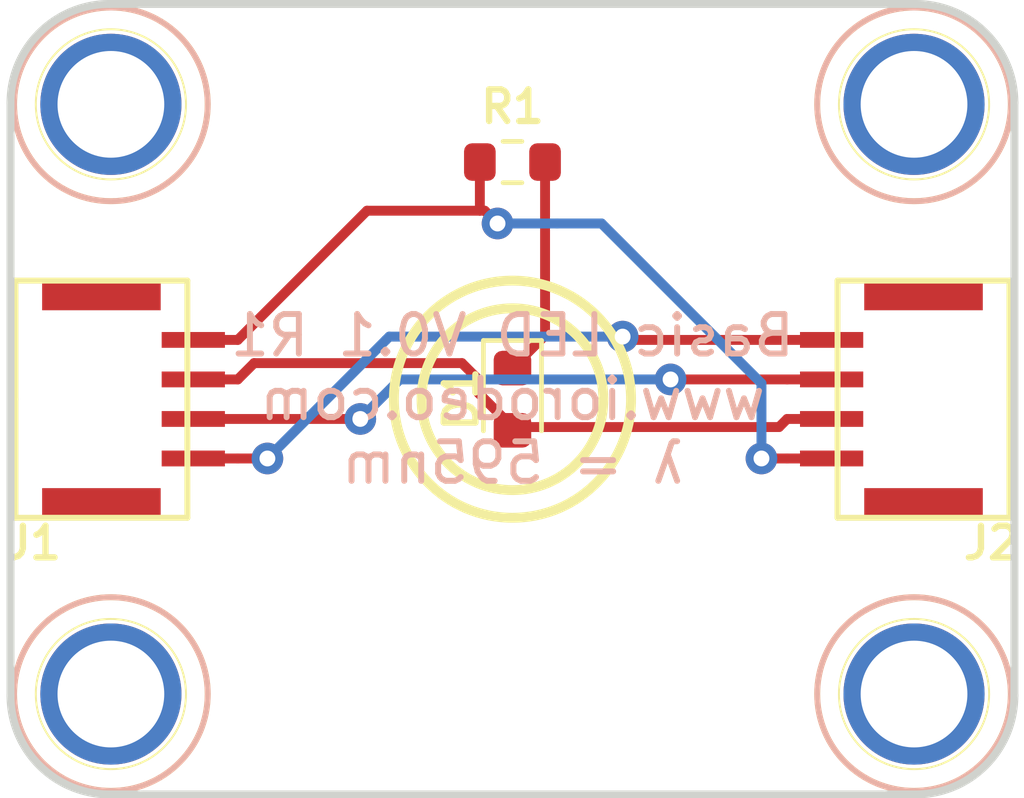
<source format=kicad_pcb>
(kicad_pcb (version 20171130) (host pcbnew 5.1.7-a382d34a8~87~ubuntu18.04.1)

  (general
    (thickness 1.6)
    (drawings 11)
    (tracks 42)
    (zones 0)
    (modules 8)
    (nets 6)
  )

  (page A4)
  (layers
    (0 F.Cu signal)
    (31 B.Cu signal)
    (32 B.Adhes user)
    (33 F.Adhes user)
    (34 B.Paste user)
    (35 F.Paste user)
    (36 B.SilkS user)
    (37 F.SilkS user)
    (38 B.Mask user)
    (39 F.Mask user)
    (40 Dwgs.User user)
    (41 Cmts.User user)
    (42 Eco1.User user)
    (43 Eco2.User user)
    (44 Edge.Cuts user)
    (45 Margin user)
    (46 B.CrtYd user)
    (47 F.CrtYd user)
    (48 B.Fab user)
    (49 F.Fab user)
  )

  (setup
    (last_trace_width 0.25)
    (trace_clearance 0.2)
    (zone_clearance 0.508)
    (zone_45_only no)
    (trace_min 0.2)
    (via_size 0.8)
    (via_drill 0.4)
    (via_min_size 0.4)
    (via_min_drill 0.3)
    (uvia_size 0.3)
    (uvia_drill 0.1)
    (uvias_allowed no)
    (uvia_min_size 0.2)
    (uvia_min_drill 0.1)
    (edge_width 0.05)
    (segment_width 0.2)
    (pcb_text_width 0.3)
    (pcb_text_size 1.5 1.5)
    (mod_edge_width 0.12)
    (mod_text_size 1 1)
    (mod_text_width 0.15)
    (pad_size 3.57 3.57)
    (pad_drill 2.7)
    (pad_to_mask_clearance 0)
    (aux_axis_origin 0 0)
    (visible_elements FFFFFF7F)
    (pcbplotparams
      (layerselection 0x010fc_ffffffff)
      (usegerberextensions false)
      (usegerberattributes true)
      (usegerberadvancedattributes true)
      (creategerberjobfile true)
      (excludeedgelayer true)
      (linewidth 0.100000)
      (plotframeref false)
      (viasonmask false)
      (mode 1)
      (useauxorigin false)
      (hpglpennumber 1)
      (hpglpenspeed 20)
      (hpglpendiameter 15.000000)
      (psnegative false)
      (psa4output false)
      (plotreference true)
      (plotvalue true)
      (plotinvisibletext false)
      (padsonsilk false)
      (subtractmaskfromsilk false)
      (outputformat 1)
      (mirror false)
      (drillshape 0)
      (scaleselection 1)
      (outputdirectory "gerber_v0p1/"))
  )

  (net 0 "")
  (net 1 GND)
  (net 2 "Net-(D1-Pad1)")
  (net 3 /3V3)
  (net 4 /SCL)
  (net 5 /SDA)

  (net_class Default "This is the default net class."
    (clearance 0.2)
    (trace_width 0.25)
    (via_dia 0.8)
    (via_drill 0.4)
    (uvia_dia 0.3)
    (uvia_drill 0.1)
    (add_net /3V3)
    (add_net /SCL)
    (add_net /SDA)
    (add_net GND)
    (add_net "Net-(D1-Pad1)")
  )

  (module BOOMELE_SH_SMD:BOOMELE_SMD_SH_4PIN_RT (layer F.Cu) (tedit 61D221C9) (tstamp 618729F0)
    (at 72.62 60 270)
    (path /617591D1)
    (attr smd)
    (fp_text reference J2 (at 3.64 -2.2 180) (layer F.SilkS)
      (effects (font (size 0.8 0.8) (thickness 0.16)))
    )
    (fp_text value Conn_01x04 (at 0.025 -4.95 90) (layer F.Fab) hide
      (effects (font (size 1 1) (thickness 0.15)))
    )
    (fp_line (start 3 -2.655) (end 0 -2.655) (layer F.SilkS) (width 0.15))
    (fp_line (start 0 -2.655) (end -3 -2.655) (layer F.SilkS) (width 0.15))
    (fp_line (start 3 -2.655) (end 3 1.695) (layer F.SilkS) (width 0.15))
    (fp_line (start 3 1.695) (end -3 1.695) (layer F.SilkS) (width 0.15))
    (fp_line (start -3 1.695) (end -3 -2.655) (layer F.SilkS) (width 0.15))
    (pad "" smd rect (at -2.65 -0.48 90) (size 0.8 3) (layers F.Cu F.Paste F.Mask))
    (pad "" smd rect (at 2.65 -0.48 90) (size 0.8 3) (layers F.Cu F.Paste F.Mask))
    (pad 4 smd rect (at -1.5 1.845 90) (size 0.4 1.6) (layers F.Cu F.Paste F.Mask)
      (net 4 /SCL))
    (pad 3 smd rect (at -0.5 1.845 90) (size 0.4 1.6) (layers F.Cu F.Paste F.Mask)
      (net 5 /SDA))
    (pad 2 smd rect (at 0.5 1.845 90) (size 0.4 1.6) (layers F.Cu F.Paste F.Mask)
      (net 3 /3V3))
    (pad 1 smd rect (at 1.5 1.845 90) (size 0.4 1.6) (layers F.Cu F.Paste F.Mask)
      (net 1 GND))
    (model ${KIPRJMOD}/BOOMELE_SH_SMD.pretty/boomele_sh_smd_4pin/boomele_sh_smd_4pin.wrl
      (at (xyz 0 0 0))
      (scale (xyz 1 1 1))
      (rotate (xyz 0 0 180))
    )
  )

  (module BOOMELE_SH_SMD:BOOMELE_SMD_SH_4PIN_RT (layer F.Cu) (tedit 61D221C9) (tstamp 618729E1)
    (at 52.78 60 90)
    (path /617588B6)
    (attr smd)
    (fp_text reference J1 (at -3.64 -2.2 180) (layer F.SilkS)
      (effects (font (size 0.8 0.8) (thickness 0.16)))
    )
    (fp_text value Conn_01x04 (at 0.025 -4.95 90) (layer F.Fab) hide
      (effects (font (size 1 1) (thickness 0.15)))
    )
    (fp_line (start 3 -2.655) (end 0 -2.655) (layer F.SilkS) (width 0.15))
    (fp_line (start 0 -2.655) (end -3 -2.655) (layer F.SilkS) (width 0.15))
    (fp_line (start 3 -2.655) (end 3 1.695) (layer F.SilkS) (width 0.15))
    (fp_line (start 3 1.695) (end -3 1.695) (layer F.SilkS) (width 0.15))
    (fp_line (start -3 1.695) (end -3 -2.655) (layer F.SilkS) (width 0.15))
    (pad "" smd rect (at -2.65 -0.48 270) (size 0.8 3) (layers F.Cu F.Paste F.Mask))
    (pad "" smd rect (at 2.65 -0.48 270) (size 0.8 3) (layers F.Cu F.Paste F.Mask))
    (pad 4 smd rect (at -1.5 1.845 270) (size 0.4 1.6) (layers F.Cu F.Paste F.Mask)
      (net 4 /SCL))
    (pad 3 smd rect (at -0.5 1.845 270) (size 0.4 1.6) (layers F.Cu F.Paste F.Mask)
      (net 5 /SDA))
    (pad 2 smd rect (at 0.5 1.845 270) (size 0.4 1.6) (layers F.Cu F.Paste F.Mask)
      (net 3 /3V3))
    (pad 1 smd rect (at 1.5 1.845 270) (size 0.4 1.6) (layers F.Cu F.Paste F.Mask)
      (net 1 GND))
    (model ${KIPRJMOD}/BOOMELE_SH_SMD.pretty/boomele_sh_smd_4pin/boomele_sh_smd_4pin.wrl
      (at (xyz 0 0 0))
      (scale (xyz 1 1 1))
      (rotate (xyz 0 0 180))
    )
  )

  (module custom_mount_hole:MountingHole_2.5mm_Pad (layer F.Cu) (tedit 61887BF6) (tstamp 618725F7)
    (at 52.54 67.46)
    (descr "Mounting Hole 2.5mm")
    (tags "mounting hole 2.5mm")
    (attr virtual)
    (fp_text reference M4 (at 0 -3.5) (layer F.SilkS) hide
      (effects (font (size 0.8 0.8) (thickness 0.16)))
    )
    (fp_text value MountingHole_2.5mm_Pad (at 0 3.5) (layer F.Fab) hide
      (effects (font (size 1 1) (thickness 0.15)))
    )
    (fp_circle (center 0 0) (end 2.45 0) (layer B.SilkS) (width 0.15))
    (fp_circle (center 0 0) (end 1.9 0) (layer F.SilkS) (width 0.05))
    (fp_circle (center 0 0) (end 2.45 0) (layer F.SilkS) (width 0.15))
    (fp_text user %R (at 0.3 0) (layer F.Fab) hide
      (effects (font (size 0.8 0.8) (thickness 0.16)))
    )
    (pad ~ thru_hole circle (at 0 0) (size 3.57 3.57) (drill 2.7) (layers *.Cu *.Mask))
  )

  (module custom_mount_hole:MountingHole_2.5mm_Pad (layer F.Cu) (tedit 61887BF6) (tstamp 618725DA)
    (at 72.86 67.46)
    (descr "Mounting Hole 2.5mm")
    (tags "mounting hole 2.5mm")
    (attr virtual)
    (fp_text reference M3 (at 0 -3.5) (layer F.SilkS) hide
      (effects (font (size 0.8 0.8) (thickness 0.16)))
    )
    (fp_text value MountingHole_2.5mm_Pad (at 0 3.5) (layer F.Fab) hide
      (effects (font (size 1 1) (thickness 0.15)))
    )
    (fp_circle (center 0 0) (end 2.45 0) (layer B.SilkS) (width 0.15))
    (fp_circle (center 0 0) (end 1.9 0) (layer F.SilkS) (width 0.05))
    (fp_circle (center 0 0) (end 2.45 0) (layer F.SilkS) (width 0.15))
    (fp_text user %R (at 0.3 0) (layer F.Fab) hide
      (effects (font (size 0.8 0.8) (thickness 0.16)))
    )
    (pad ~ thru_hole circle (at 0 0) (size 3.57 3.57) (drill 2.7) (layers *.Cu *.Mask))
  )

  (module custom_mount_hole:MountingHole_2.5mm_Pad (layer F.Cu) (tedit 61887BF6) (tstamp 618725BD)
    (at 72.86 52.54)
    (descr "Mounting Hole 2.5mm")
    (tags "mounting hole 2.5mm")
    (attr virtual)
    (fp_text reference M2 (at 0 -3.5) (layer F.SilkS) hide
      (effects (font (size 0.8 0.8) (thickness 0.16)))
    )
    (fp_text value MountingHole_2.5mm_Pad (at 0 3.5) (layer F.Fab) hide
      (effects (font (size 1 1) (thickness 0.15)))
    )
    (fp_circle (center 0 0) (end 2.45 0) (layer B.SilkS) (width 0.15))
    (fp_circle (center 0 0) (end 1.9 0) (layer F.SilkS) (width 0.05))
    (fp_circle (center 0 0) (end 2.45 0) (layer F.SilkS) (width 0.15))
    (fp_text user %R (at 0.3 0) (layer F.Fab) hide
      (effects (font (size 0.8 0.8) (thickness 0.16)))
    )
    (pad ~ thru_hole circle (at 0 0) (size 3.57 3.57) (drill 2.7) (layers *.Cu *.Mask))
  )

  (module custom_mount_hole:MountingHole_2.5mm_Pad (layer F.Cu) (tedit 61887BF6) (tstamp 6187251A)
    (at 52.54 52.54)
    (descr "Mounting Hole 2.5mm")
    (tags "mounting hole 2.5mm")
    (attr virtual)
    (fp_text reference M1 (at 0 -3.5) (layer F.SilkS) hide
      (effects (font (size 0.8 0.8) (thickness 0.16)))
    )
    (fp_text value MountingHole_2.5mm_Pad (at 0 3.5) (layer F.Fab) hide
      (effects (font (size 1 1) (thickness 0.15)))
    )
    (fp_circle (center 0 0) (end 2.45 0) (layer B.SilkS) (width 0.15))
    (fp_circle (center 0 0) (end 1.9 0) (layer F.SilkS) (width 0.05))
    (fp_circle (center 0 0) (end 2.45 0) (layer F.SilkS) (width 0.15))
    (fp_text user %R (at 0.3 0) (layer F.Fab) hide
      (effects (font (size 0.8 0.8) (thickness 0.16)))
    )
    (pad ~ thru_hole circle (at 0 0) (size 3.57 3.57) (drill 2.7) (layers *.Cu *.Mask))
  )

  (module LED_SMD:LED_0603_1608Metric (layer F.Cu) (tedit 5F68FEF1) (tstamp 618729D2)
    (at 62.7 60 270)
    (descr "LED SMD 0603 (1608 Metric), square (rectangular) end terminal, IPC_7351 nominal, (Body size source: http://www.tortai-tech.com/upload/download/2011102023233369053.pdf), generated with kicad-footprint-generator")
    (tags LED)
    (path /617C0FF2)
    (attr smd)
    (fp_text reference D1 (at 0 1.3 270) (layer F.SilkS)
      (effects (font (size 0.8 0.8) (thickness 0.16)))
    )
    (fp_text value LED_ALT (at 0 1.43 90) (layer F.Fab) hide
      (effects (font (size 1 1) (thickness 0.15)))
    )
    (fp_line (start 1.48 0.73) (end -1.48 0.73) (layer F.CrtYd) (width 0.05))
    (fp_line (start 1.48 -0.73) (end 1.48 0.73) (layer F.CrtYd) (width 0.05))
    (fp_line (start -1.48 -0.73) (end 1.48 -0.73) (layer F.CrtYd) (width 0.05))
    (fp_line (start -1.48 0.73) (end -1.48 -0.73) (layer F.CrtYd) (width 0.05))
    (fp_line (start -1.485 0.735) (end 0.8 0.735) (layer F.SilkS) (width 0.12))
    (fp_line (start -1.485 -0.735) (end -1.485 0.735) (layer F.SilkS) (width 0.12))
    (fp_line (start 0.8 -0.735) (end -1.485 -0.735) (layer F.SilkS) (width 0.12))
    (fp_line (start 0.8 0.4) (end 0.8 -0.4) (layer F.Fab) (width 0.1))
    (fp_line (start -0.8 0.4) (end 0.8 0.4) (layer F.Fab) (width 0.1))
    (fp_line (start -0.8 -0.1) (end -0.8 0.4) (layer F.Fab) (width 0.1))
    (fp_line (start -0.5 -0.4) (end -0.8 -0.1) (layer F.Fab) (width 0.1))
    (fp_line (start 0.8 -0.4) (end -0.5 -0.4) (layer F.Fab) (width 0.1))
    (fp_text user %R (at 0 0 90) (layer F.Fab)
      (effects (font (size 0.8 0.8) (thickness 0.16)))
    )
    (pad 2 smd roundrect (at 0.7875 0 270) (size 0.875 0.95) (layers F.Cu F.Paste F.Mask) (roundrect_rratio 0.25)
      (net 3 /3V3))
    (pad 1 smd roundrect (at -0.7875 0 270) (size 0.875 0.95) (layers F.Cu F.Paste F.Mask) (roundrect_rratio 0.25)
      (net 2 "Net-(D1-Pad1)"))
    (model ${KISYS3DMOD}/LED_SMD.3dshapes/LED_0603_1608Metric.wrl
      (at (xyz 0 0 0))
      (scale (xyz 1 1 1))
      (rotate (xyz 0 0 0))
    )
  )

  (module Resistor_SMD:R_0603_1608Metric (layer F.Cu) (tedit 5F68FEEE) (tstamp 61D144FD)
    (at 62.7 54 180)
    (descr "Resistor SMD 0603 (1608 Metric), square (rectangular) end terminal, IPC_7351 nominal, (Body size source: IPC-SM-782 page 72, https://www.pcb-3d.com/wordpress/wp-content/uploads/ipc-sm-782a_amendment_1_and_2.pdf), generated with kicad-footprint-generator")
    (tags resistor)
    (path /617C7054)
    (attr smd)
    (fp_text reference R1 (at 0 1.4) (layer F.SilkS)
      (effects (font (size 0.8 0.8) (thickness 0.16)))
    )
    (fp_text value 27 (at 2.3 0) (layer F.Fab)
      (effects (font (size 0.8 0.8) (thickness 0.16)))
    )
    (fp_line (start -0.8 0.4125) (end -0.8 -0.4125) (layer F.Fab) (width 0.1))
    (fp_line (start -0.8 -0.4125) (end 0.8 -0.4125) (layer F.Fab) (width 0.1))
    (fp_line (start 0.8 -0.4125) (end 0.8 0.4125) (layer F.Fab) (width 0.1))
    (fp_line (start 0.8 0.4125) (end -0.8 0.4125) (layer F.Fab) (width 0.1))
    (fp_line (start -0.237258 -0.5225) (end 0.237258 -0.5225) (layer F.SilkS) (width 0.12))
    (fp_line (start -0.237258 0.5225) (end 0.237258 0.5225) (layer F.SilkS) (width 0.12))
    (fp_line (start -1.48 0.73) (end -1.48 -0.73) (layer F.CrtYd) (width 0.05))
    (fp_line (start -1.48 -0.73) (end 1.48 -0.73) (layer F.CrtYd) (width 0.05))
    (fp_line (start 1.48 -0.73) (end 1.48 0.73) (layer F.CrtYd) (width 0.05))
    (fp_line (start 1.48 0.73) (end -1.48 0.73) (layer F.CrtYd) (width 0.05))
    (fp_text user %R (at 0 0) (layer F.Fab)
      (effects (font (size 0.4 0.4) (thickness 0.06)))
    )
    (pad 1 smd roundrect (at -0.825 0 180) (size 0.8 0.95) (layers F.Cu F.Paste F.Mask) (roundrect_rratio 0.25)
      (net 2 "Net-(D1-Pad1)"))
    (pad 2 smd roundrect (at 0.825 0 180) (size 0.8 0.95) (layers F.Cu F.Paste F.Mask) (roundrect_rratio 0.25)
      (net 1 GND))
    (model ${KISYS3DMOD}/Resistor_SMD.3dshapes/R_0603_1608Metric.wrl
      (at (xyz 0 0 0))
      (scale (xyz 1 1 1))
      (rotate (xyz 0 0 0))
    )
  )

  (gr_text "Basic LED V0.1 R1\nwww.iorodeo.com\nλ = 595nm" (at 62.7 60) (layer B.SilkS)
    (effects (font (size 1 1) (thickness 0.15)) (justify mirror))
  )
  (gr_circle (center 62.7 60) (end 65 60) (layer F.SilkS) (width 0.25))
  (gr_circle (center 62.7 60) (end 65.7 60) (layer F.SilkS) (width 0.25))
  (gr_line (start 50 52.5) (end 50 67.5) (layer Edge.Cuts) (width 0.2))
  (gr_line (start 52.5 50) (end 72.9 50) (layer Edge.Cuts) (width 0.2))
  (gr_line (start 75.4 52.5) (end 75.4 67.5) (layer Edge.Cuts) (width 0.2))
  (gr_arc (start 52.5 67.5) (end 50 67.5) (angle -90) (layer Edge.Cuts) (width 0.2))
  (gr_arc (start 72.9 67.5) (end 72.9 70) (angle -90) (layer Edge.Cuts) (width 0.2))
  (gr_arc (start 72.9 52.5) (end 75.4 52.5) (angle -90) (layer Edge.Cuts) (width 0.2))
  (gr_arc (start 52.5 52.5) (end 52.5 50) (angle -90) (layer Edge.Cuts) (width 0.2))
  (gr_line (start 52.5 70) (end 72.9 70) (layer Edge.Cuts) (width 0.2))

  (segment (start 63.8275 55.5545) (end 62.3226 55.5545) (width 0.25) (layer B.Cu) (net 1))
  (segment (start 61.875 55.2314) (end 59.0189 55.2314) (width 0.25) (layer F.Cu) (net 1))
  (segment (start 59.0189 55.2314) (end 55.7503 58.5) (width 0.25) (layer F.Cu) (net 1))
  (segment (start 62.3226 55.5545) (end 61.9995 55.2314) (width 0.25) (layer F.Cu) (net 1))
  (segment (start 61.9995 55.2314) (end 61.875 55.2314) (width 0.25) (layer F.Cu) (net 1))
  (segment (start 61.875 55.2314) (end 61.875 54) (width 0.25) (layer F.Cu) (net 1))
  (segment (start 54.625 58.5) (end 55.7503 58.5) (width 0.25) (layer F.Cu) (net 1))
  (segment (start 70.775 61.5) (end 69.6497 61.5) (width 0.25) (layer F.Cu) (net 1))
  (via (at 62.3226 55.5545) (size 0.8) (layers F.Cu B.Cu) (net 1))
  (via (at 69 61.5) (size 0.8) (drill 0.4) (layers F.Cu B.Cu) (net 1))
  (segment (start 69.6497 61.5) (end 69 61.5) (width 0.25) (layer F.Cu) (net 1))
  (segment (start 69 61.5) (end 69 59.6) (width 0.25) (layer B.Cu) (net 1))
  (segment (start 64.9545 55.5545) (end 63.8275 55.5545) (width 0.25) (layer B.Cu) (net 1))
  (segment (start 69 59.6) (end 64.9545 55.5545) (width 0.25) (layer B.Cu) (net 1))
  (segment (start 63.525 54) (end 63.525 58.3875) (width 0.25) (layer F.Cu) (net 2))
  (segment (start 63.525 58.3875) (end 62.7 59.2125) (width 0.25) (layer F.Cu) (net 2))
  (segment (start 54.625 59.5) (end 55.7503 59.5) (width 0.25) (layer F.Cu) (net 3))
  (segment (start 62.7 60.7047) (end 61.8463 59.851) (width 0.25) (layer F.Cu) (net 3))
  (segment (start 61.8463 59.851) (end 61.8463 59.5119) (width 0.25) (layer F.Cu) (net 3))
  (segment (start 61.8463 59.5119) (end 61.4215 59.0871) (width 0.25) (layer F.Cu) (net 3))
  (segment (start 61.4215 59.0871) (end 56.1632 59.0871) (width 0.25) (layer F.Cu) (net 3))
  (segment (start 56.1632 59.0871) (end 55.7503 59.5) (width 0.25) (layer F.Cu) (net 3))
  (segment (start 62.7 60.7875) (end 62.7 60.7047) (width 0.25) (layer F.Cu) (net 3))
  (segment (start 62.7 60.7047) (end 69.445 60.7047) (width 0.25) (layer F.Cu) (net 3))
  (segment (start 69.445 60.7047) (end 69.6497 60.5) (width 0.25) (layer F.Cu) (net 3))
  (segment (start 70.775 60.5) (end 69.6497 60.5) (width 0.25) (layer F.Cu) (net 3))
  (segment (start 54.625 61.5) (end 55.7503 61.5) (width 0.25) (layer F.Cu) (net 4))
  (segment (start 70.775 58.5) (end 65.5706 58.5) (width 0.25) (layer F.Cu) (net 4))
  (segment (start 65.5706 58.5) (end 65.4872 58.4166) (width 0.25) (layer F.Cu) (net 4))
  (via (at 65.4872 58.4166) (size 0.8) (layers F.Cu B.Cu) (net 4))
  (via (at 56.5 61.5) (size 0.8) (drill 0.4) (layers F.Cu B.Cu) (net 4))
  (segment (start 55.7503 61.5) (end 56.5 61.5) (width 0.25) (layer F.Cu) (net 4))
  (segment (start 59.5 58.5) (end 56.5 61.5) (width 0.25) (layer B.Cu) (net 4))
  (segment (start 59.5834 58.4166) (end 59.5 58.5) (width 0.25) (layer B.Cu) (net 4))
  (segment (start 65.4872 58.4166) (end 59.5834 58.4166) (width 0.25) (layer B.Cu) (net 4))
  (segment (start 70.775 59.5) (end 69.6497 59.5) (width 0.25) (layer F.Cu) (net 5))
  (via (at 58.85 60.5) (size 0.8) (drill 0.4) (layers F.Cu B.Cu) (net 5))
  (segment (start 54.625 60.5) (end 58.85 60.5) (width 0.25) (layer F.Cu) (net 5))
  (segment (start 58.85 60.5) (end 59.85 59.5) (width 0.25) (layer B.Cu) (net 5))
  (via (at 66.7 59.5) (size 0.8) (drill 0.4) (layers F.Cu B.Cu) (net 5))
  (segment (start 69.6497 59.5) (end 66.7 59.5) (width 0.25) (layer F.Cu) (net 5))
  (segment (start 66.7 59.5) (end 59.85 59.5) (width 0.25) (layer B.Cu) (net 5))

  (zone (net 0) (net_name "") (layer F.Cu) (tstamp 0) (hatch edge 0.508)
    (connect_pads (clearance 0.508))
    (min_thickness 0.254)
    (keepout (tracks not_allowed) (vias not_allowed) (copperpour allowed))
    (fill (arc_segments 32) (thermal_gap 0.508) (thermal_bridge_width 0.508))
    (polygon
      (pts
        (xy 53.6 63.1) (xy 50 63.1) (xy 50 56.9) (xy 53.6 56.9)
      )
    )
  )
  (zone (net 0) (net_name "") (layer F.Cu) (tstamp 0) (hatch edge 0.508)
    (connect_pads (clearance 0.508))
    (min_thickness 0.254)
    (keepout (tracks not_allowed) (vias not_allowed) (copperpour allowed))
    (fill (arc_segments 32) (thermal_gap 0.508) (thermal_bridge_width 0.508))
    (polygon
      (pts
        (xy 75.2 63.1) (xy 71.6 63.1) (xy 71.6 57) (xy 75.2 57)
      )
    )
  )
)

</source>
